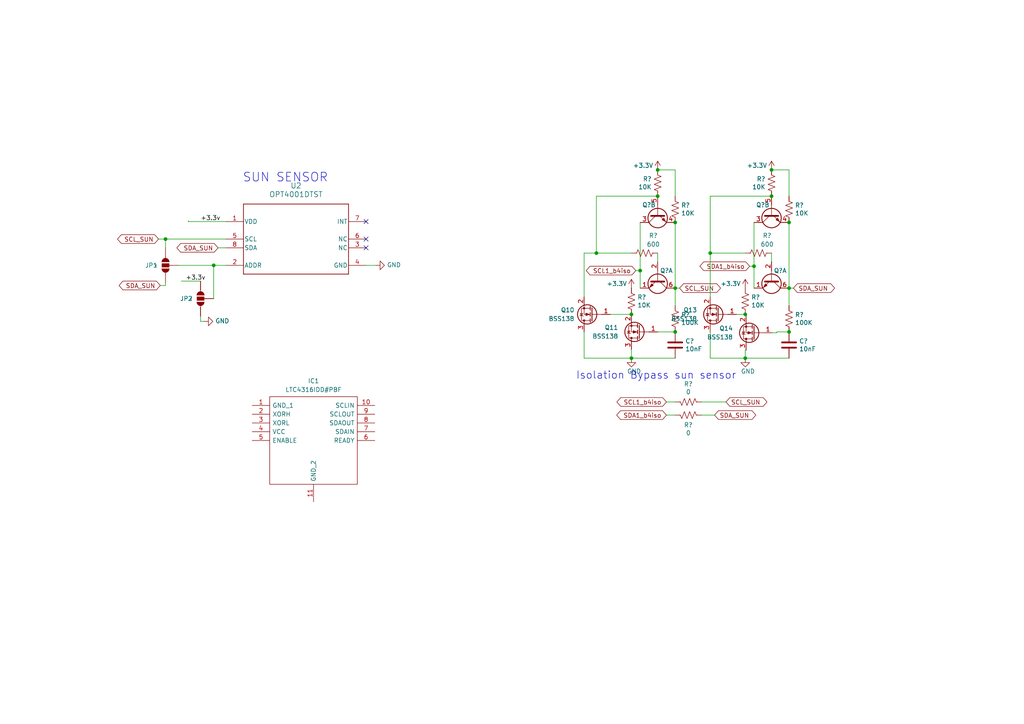
<source format=kicad_sch>
(kicad_sch (version 20230121) (generator eeschema)
  (paper "A4")
  (lib_symbols
    (symbol "AA_AUTO_LOADER:LTC4316IDD#PBF" (pin_names (offset 0.762))
      (property "Reference" "IC" (at 31.75 7.62 0))
      (property "Value" "LTC4316IDD#PBF" (at 31.75 5.08 0))
      (symbol "LTC4316IDD#PBF_0_0"
        (pin passive line (at 0 0 0) (length 5.08) (name "GND_1") (number "1"))
        (pin passive line (at 35.56 0 180) (length 5.08) (name "SCLIN") (number "10"))
        (pin passive line (at 17.78 -27.94 90) (length 5.08) (name "GND_2") (number "11"))
        (pin passive line (at 0 -2.54 0) (length 5.08) (name "XORH") (number "2"))
        (pin passive line (at 0 -5.08 0) (length 5.08) (name "XORL") (number "3"))
        (pin passive line (at 0 -7.62 0) (length 5.08) (name "VCC") (number "4"))
        (pin passive line (at 0 -10.16 0) (length 5.08) (name "ENABLE") (number "5"))
        (pin passive line (at 35.56 -10.16 180) (length 5.08) (name "READY") (number "6"))
        (pin passive line (at 35.56 -7.62 180) (length 5.08) (name "SDAIN") (number "7"))
        (pin passive line (at 35.56 -5.08 180) (length 5.08) (name "SDAOUT") (number "8"))
        (pin passive line (at 35.56 -2.54 180) (length 5.08) (name "SCLOUT") (number "9"))
      )
      (symbol "LTC4316IDD#PBF_0_1"
        (polyline (pts (xy 5.08 2.54) (xy 30.48 2.54) (xy 30.48 -22.86) (xy 5.08 -22.86) (xy 5.08 2.54)) (stroke (width 0.1524)))
      )
    )
    (symbol "Device:C" (pin_numbers hide) (pin_names (offset 0.254))
      (property "Reference" "C" (at 0.635 2.54 0))
      (property "Value" "C" (at 0.635 -2.54 0))
      (symbol "C_0_1"
        (polyline (pts (xy -2.032 -0.762) (xy 2.032 -0.762)) (stroke (width 0.508)))
        (polyline (pts (xy -2.032 0.762) (xy 2.032 0.762)) (stroke (width 0.508)))
      )
      (symbol "C_1_1"
        (pin passive line (at 0 3.81 270) (length 2.794) (name "~") (number "1"))
        (pin passive line (at 0 -3.81 90) (length 2.794) (name "~") (number "2"))
      )
    )
    (symbol "Device:R_US" (pin_numbers hide) (pin_names (offset 0))
      (property "Reference" "R" (at 2.54 0 90))
      (property "Value" "R_US" (at -2.54 0 90))
      (symbol "R_US_0_1"
        (polyline (pts (xy 0 -2.286) (xy 0 -2.54)))
        (polyline (pts (xy 0 2.286) (xy 0 2.54)))
        (polyline (pts (xy 0 -0.762) (xy 1.016 -1.143) (xy 0 -1.524) (xy -1.016 -1.905) (xy 0 -2.286)))
        (polyline (pts (xy 0 0.762) (xy 1.016 0.381) (xy 0 0) (xy -1.016 -0.381) (xy 0 -0.762)))
        (polyline (pts (xy 0 2.286) (xy 1.016 1.905) (xy 0 1.524) (xy -1.016 1.143) (xy 0 0.762)))
      )
      (symbol "R_US_1_1"
        (pin passive line (at 0 3.81 270) (length 1.27) (name "~") (number "1"))
        (pin passive line (at 0 -3.81 90) (length 1.27) (name "~") (number "2"))
      )
    )
    (symbol "OPT4001DTST:OPT4001DTST" (pin_names (offset 0.254))
      (property "Reference" "U" (at 0 2.54 0))
      (property "Value" "OPT4001DTST" (at 0 0 0))
      (symbol "OPT4001DTST_0_1"
        (polyline (pts (xy 5.08 -15.24) (xy 35.56 -15.24)) (stroke (width 0.2032)))
        (polyline (pts (xy 5.08 5.08) (xy 5.08 -15.24)) (stroke (width 0.2032)))
        (polyline (pts (xy 35.56 -15.24) (xy 35.56 5.08)) (stroke (width 0.2032)))
        (polyline (pts (xy 35.56 5.08) (xy 5.08 5.08)) (stroke (width 0.2032)))
        (pin power_in line (at 0 0 0) (length 5.08) (name "VDD") (number "1"))
        (pin input line (at 0 -12.7 0) (length 5.08) (name "ADDR") (number "2"))
        (pin unspecified line (at 40.64 -7.62 180) (length 5.08) (name "NC") (number "3"))
        (pin power_in line (at 40.64 -12.7 180) (length 5.08) (name "GND") (number "4"))
        (pin input line (at 0 -5.08 0) (length 5.08) (name "SCL") (number "5"))
        (pin unspecified line (at 40.64 -5.08 180) (length 5.08) (name "NC") (number "6"))
        (pin open_collector line (at 40.64 0 180) (length 5.08) (name "INT") (number "7"))
        (pin bidirectional line (at 0 -7.62 0) (length 5.08) (name "SDA") (number "8"))
      )
    )
    (symbol "SparkFun-Jumper:SolderJumper_3_Open_No_Silk" (pin_numbers hide) (pin_names (offset 0) hide)
      (property "Reference" "JP" (at -2.54 -2.54 0))
      (property "Value" "~" (at 0 2.794 0))
      (symbol "SolderJumper_3_Open_No_Silk_0_1"
        (arc (start -1.016 1.016) (mid -2.0276 0) (end -1.016 -1.016))
        (arc (start -1.016 1.016) (mid -2.0276 0) (end -1.016 -1.016) (fill (type outline)))
        (rectangle (start -0.508 1.016) (end 0.508 -1.016) (fill (type outline)))
        (polyline (pts (xy -2.54 0) (xy -2.032 0)))
        (polyline (pts (xy -1.016 1.016) (xy -1.016 -1.016)))
        (polyline (pts (xy 0 -1.27) (xy 0 -1.016)))
        (polyline (pts (xy 1.016 1.016) (xy 1.016 -1.016)))
        (polyline (pts (xy 2.54 0) (xy 2.032 0)))
        (arc (start 1.016 -1.016) (mid 2.0276 0) (end 1.016 1.016))
        (arc (start 1.016 -1.016) (mid 2.0276 0) (end 1.016 1.016) (fill (type outline)))
      )
      (symbol "SolderJumper_3_Open_No_Silk_1_1"
        (pin passive line (at -5.08 0 0) (length 2.54) (name "A") (number "1"))
        (pin passive line (at 0 -3.81 90) (length 2.54) (name "C") (number "2"))
        (pin passive line (at 5.08 0 180) (length 2.54) (name "B") (number "3"))
      )
    )
    (symbol "Transistor_BJT:MBT2222ADW1T1" (pin_names (offset 0) hide)
      (property "Reference" "Q" (at 5.08 1.27 0))
      (property "Value" "MBT2222ADW1T1" (at 5.08 -1.27 0))
      (symbol "MBT2222ADW1T1_0_1"
        (polyline (pts (xy 0.635 0) (xy -2.54 0)))
        (polyline (pts (xy 0.635 0.635) (xy 2.54 2.54)))
        (polyline (pts (xy 0.635 -0.635) (xy 2.54 -2.54) (xy 2.54 -2.54)))
        (polyline (pts (xy 0.635 1.905) (xy 0.635 -1.905) (xy 0.635 -1.905)) (stroke (width 0.508)))
        (polyline (pts (xy 1.27 -1.778) (xy 1.778 -1.27) (xy 2.286 -2.286) (xy 1.27 -1.778) (xy 1.27 -1.778)) (fill (type outline)))
        (circle (center 1.27 0) (radius 2.8194) (stroke (width 0.254)))
      )
      (symbol "MBT2222ADW1T1_1_1"
        (pin passive line (at 2.54 -5.08 90) (length 2.54) (name "E1") (number "1"))
        (pin input line (at -5.08 0 0) (length 2.54) (name "B1") (number "2"))
        (pin passive line (at 2.54 5.08 270) (length 2.54) (name "C1") (number "6"))
      )
      (symbol "MBT2222ADW1T1_2_1"
        (pin passive line (at 2.54 5.08 270) (length 2.54) (name "C2") (number "3"))
        (pin passive line (at 2.54 -5.08 90) (length 2.54) (name "E2") (number "4"))
        (pin input line (at -5.08 0 0) (length 2.54) (name "B2") (number "5"))
      )
    )
    (symbol "Transistor_FET:BSS138" (pin_names hide)
      (property "Reference" "Q" (at 5.08 1.905 0))
      (property "Value" "BSS138" (at 5.08 0 0))
      (symbol "BSS138_0_1"
        (polyline (pts (xy 0.254 0) (xy -2.54 0)))
        (polyline (pts (xy 0.254 1.905) (xy 0.254 -1.905)) (stroke (width 0.254)))
        (polyline (pts (xy 0.762 -1.27) (xy 0.762 -2.286)) (stroke (width 0.254)))
        (polyline (pts (xy 0.762 0.508) (xy 0.762 -0.508)) (stroke (width 0.254)))
        (polyline (pts (xy 0.762 2.286) (xy 0.762 1.27)) (stroke (width 0.254)))
        (polyline (pts (xy 2.54 2.54) (xy 2.54 1.778)))
        (polyline (pts (xy 2.54 -2.54) (xy 2.54 0) (xy 0.762 0)))
        (polyline (pts (xy 0.762 -1.778) (xy 3.302 -1.778) (xy 3.302 1.778) (xy 0.762 1.778)))
        (polyline (pts (xy 1.016 0) (xy 2.032 0.381) (xy 2.032 -0.381) (xy 1.016 0)) (fill (type outline)))
        (polyline (pts (xy 2.794 0.508) (xy 2.921 0.381) (xy 3.683 0.381) (xy 3.81 0.254)))
        (polyline (pts (xy 3.302 0.381) (xy 2.921 -0.254) (xy 3.683 -0.254) (xy 3.302 0.381)))
        (circle (center 1.651 0) (radius 2.794) (stroke (width 0.254)))
        (circle (center 2.54 -1.778) (radius 0.254) (fill (type outline)))
        (circle (center 2.54 1.778) (radius 0.254) (fill (type outline)))
      )
      (symbol "BSS138_1_1"
        (pin input line (at -5.08 0 0) (length 2.54) (name "G") (number "1"))
        (pin passive line (at 2.54 -5.08 90) (length 2.54) (name "S") (number "2"))
        (pin passive line (at 2.54 5.08 270) (length 2.54) (name "D") (number "3"))
      )
    )
    (symbol "power:+3.3V" (power) (pin_names (offset 0))
      (property "Value" "+3.3V" (at 0 3.556 0))
      (symbol "+3.3V_0_1"
        (polyline (pts (xy -0.762 1.27) (xy 0 2.54)))
        (polyline (pts (xy 0 0) (xy 0 2.54)))
        (polyline (pts (xy 0 2.54) (xy 0.762 1.27)))
      )
      (symbol "+3.3V_1_1"
        (pin power_in line (at 0 0 90) (length 0) hide (name "+3.3V") (number "1"))
      )
    )
    (symbol "power:GND" (power) (pin_names (offset 0))
      (property "Value" "GND" (at 0 -3.81 0))
      (symbol "GND_0_1"
        (polyline (pts (xy 0 0) (xy 0 -1.27) (xy 1.27 -1.27) (xy 0 -2.54) (xy -1.27 -1.27) (xy 0 -1.27)))
      )
      (symbol "GND_1_1"
        (pin power_in line (at 0 0 270) (length 0) hide (name "GND") (number "1"))
      )
    )
  )
  (junction (at 216.154 103.886))
  (junction (at 205.994 73.406))
  (junction (at 228.854 96.266))
  (junction (at 172.974 73.406))
  (junction (at 190.754 49.276))
  (junction (at 190.754 56.896))
  (junction (at 228.854 64.516))
  (junction (at 218.694 77.216))
  (junction (at 223.774 56.896))
  (junction (at 195.834 96.266))
  (junction (at 216.154 91.186))
  (junction (at 195.834 64.516))
  (junction (at 183.134 103.886))
  (junction (at 228.854 83.566))
  (junction (at 48.006 69.342))
  (junction (at 61.976 76.962))
  (junction (at 183.134 91.186))
  (junction (at 223.774 49.276))
  (junction (at 195.834 83.566))
  (junction (at 185.674 78.486))
  (no_connect (at 106.172 69.342))
  (no_connect (at 106.172 71.882))
  (no_connect (at 106.172 64.262))
  (wire (pts (xy 59.182 93.218) (xy 58.166 93.218)))
  (wire (pts (xy 195.834 120.396) (xy 193.294 120.396)))
  (wire (pts (xy 169.418 73.406) (xy 172.974 73.406)))
  (wire (pts (xy 172.974 56.896) (xy 190.754 56.896)))
  (wire (pts (xy 172.974 56.896) (xy 172.974 73.406)))
  (wire (pts (xy 205.994 103.886) (xy 216.154 103.886)))
  (wire (pts (xy 228.854 88.646) (xy 228.854 83.566)))
  (wire (pts (xy 195.834 88.646) (xy 195.834 83.566)))
  (wire (pts (xy 185.674 64.516) (xy 185.674 78.486)))
  (wire (pts (xy 183.134 103.886) (xy 195.834 103.886)))
  (wire (pts (xy 210.566 116.586) (xy 203.454 116.586)))
  (wire (pts (xy 216.408 101.6) (xy 216.154 101.6)))
  (wire (pts (xy 61.976 76.962) (xy 65.532 76.962)))
  (wire (pts (xy 230.124 83.566) (xy 228.854 83.566)))
  (wire (pts (xy 52.578 81.534) (xy 58.166 81.534)))
  (wire (pts (xy 54.61 64.008) (xy 54.61 64.262)))
  (wire (pts (xy 195.834 64.516) (xy 195.834 83.566)))
  (wire (pts (xy 218.694 64.516) (xy 218.694 77.216)))
  (wire (pts (xy 169.418 103.886) (xy 183.134 103.886)))
  (wire (pts (xy 183.134 103.886) (xy 183.134 101.346)))
  (wire (pts (xy 48.006 82.804) (xy 46.482 82.804)))
  (wire (pts (xy 48.006 71.882) (xy 48.006 69.342)))
  (wire (pts (xy 224.028 96.52) (xy 225.298 96.52)))
  (wire (pts (xy 51.816 76.962) (xy 61.976 76.962)))
  (wire (pts (xy 184.404 78.486) (xy 185.674 78.486)))
  (wire (pts (xy 217.424 77.216) (xy 218.694 77.216)))
  (wire (pts (xy 197.104 83.566) (xy 195.834 83.566)))
  (wire (pts (xy 195.834 116.586) (xy 193.294 116.586)))
  (wire (pts (xy 205.994 96.266) (xy 205.994 103.886)))
  (wire (pts (xy 63.246 71.882) (xy 65.532 71.882)))
  (wire (pts (xy 228.854 64.516) (xy 228.854 83.566)))
  (wire (pts (xy 65.532 64.262) (xy 54.61 64.262)))
  (wire (pts (xy 228.854 56.896) (xy 228.854 49.276)))
  (wire (pts (xy 205.994 86.106) (xy 205.994 73.406)))
  (wire (pts (xy 195.834 56.896) (xy 195.834 49.276)))
  (wire (pts (xy 216.154 73.406) (xy 205.994 73.406)))
  (wire (pts (xy 218.694 77.216) (xy 218.694 83.566)))
  (wire (pts (xy 185.674 78.486) (xy 185.674 83.566)))
  (wire (pts (xy 216.154 91.186) (xy 213.614 91.186)))
  (wire (pts (xy 45.974 69.342) (xy 48.006 69.342)))
  (wire (pts (xy 190.754 75.946) (xy 190.754 73.406)))
  (wire (pts (xy 195.834 49.276) (xy 190.754 49.276)))
  (wire (pts (xy 228.854 49.276) (xy 223.774 49.276)))
  (wire (pts (xy 58.166 93.218) (xy 58.166 91.694)))
  (wire (pts (xy 177.038 91.186) (xy 183.134 91.186)))
  (wire (pts (xy 106.172 76.962) (xy 108.966 76.962)))
  (wire (pts (xy 183.134 73.406) (xy 172.974 73.406)))
  (wire (pts (xy 48.006 82.042) (xy 48.006 82.804)))
  (wire (pts (xy 225.298 96.52) (xy 225.298 96.266)))
  (wire (pts (xy 228.854 103.886) (xy 216.154 103.886)))
  (wire (pts (xy 223.774 75.946) (xy 223.774 73.406)))
  (wire (pts (xy 225.298 96.266) (xy 228.854 96.266)))
  (wire (pts (xy 207.264 120.396) (xy 203.454 120.396)))
  (wire (pts (xy 216.154 101.6) (xy 216.154 103.886)))
  (wire (pts (xy 169.418 86.106) (xy 169.418 73.406)))
  (wire (pts (xy 205.994 73.406) (xy 205.994 56.896)))
  (wire (pts (xy 48.006 69.342) (xy 65.532 69.342)))
  (wire (pts (xy 205.994 56.896) (xy 223.774 56.896)))
  (wire (pts (xy 61.976 76.962) (xy 61.976 86.614)))
  (wire (pts (xy 169.418 96.266) (xy 169.418 103.886)))
  (wire (pts (xy 216.408 91.186) (xy 216.154 91.186)))
  (wire (pts (xy 216.408 91.44) (xy 216.408 91.186)))
  (wire (pts (xy 190.754 96.266) (xy 195.834 96.266)))
  (text "Isolation Bypass sun sensor" (at 213.614 110.236 0) (effects (font (size 2.159 2.159)) (justify right bottom)))
  (text "SUN SENSOR\n\n" (at 70.358 57.15 0) (effects (font (size 2.54 2.54)) (justify left bottom)))
  (label "+3.3v" (at 58.166 64.262 0))
  (label "+3.3v" (at 53.848 81.534 0))
  (global_label "SDA1_b4iso" (shape bidirectional) (at 193.294 120.396 180) (property "Intersheetrefs" "${INTERSHEET_REFS}" (effects hide)))
  (global_label "SDA1_b4iso" (shape bidirectional) (at 217.424 77.216 180) (property "Intersheetrefs" "${INTERSHEET_REFS}" (effects hide)))
  (global_label "SCL_SUN" (shape bidirectional) (at 210.566 116.586 0) (property "Intersheetrefs" "${INTERSHEET_REFS}" (effects hide)))
  (global_label "SDA_SUN" (shape bidirectional) (at 63.246 71.882 180) (property "Intersheetrefs" "${INTERSHEET_REFS}" (effects hide)))
  (global_label "SCL1_b4iso" (shape bidirectional) (at 193.294 116.586 180) (property "Intersheetrefs" "${INTERSHEET_REFS}" (effects hide)))
  (global_label "SCL1_b4iso" (shape bidirectional) (at 184.404 78.486 180) (property "Intersheetrefs" "${INTERSHEET_REFS}" (effects hide)))
  (global_label "SDA_SUN" (shape bidirectional) (at 207.264 120.396 0) (property "Intersheetrefs" "${INTERSHEET_REFS}" (effects hide)))
  (global_label "SCL_SUN" (shape bidirectional) (at 45.974 69.342 180) (property "Intersheetrefs" "${INTERSHEET_REFS}" (effects hide)))
  (global_label "SDA_SUN" (shape bidirectional) (at 230.124 83.566 0) (property "Intersheetrefs" "${INTERSHEET_REFS}" (effects hide)))
  (global_label "SCL_SUN" (shape bidirectional) (at 197.104 83.566 0) (property "Intersheetrefs" "${INTERSHEET_REFS}" (effects hide)))
  (global_label "SDA_SUN" (shape bidirectional) (at 46.482 82.804 180) (property "Intersheetrefs" "${INTERSHEET_REFS}" (effects hide)))
  (symbol (lib_id "Device:R_US") (at 216.154 87.376 180) (unit 1)
    (property "Reference" "R?" (at 217.8812 86.2076 0) (effects (justify right)))
    (property "Value" "10K" (at 217.8812 88.519 0) (effects (justify right)))
    (property "Footprint" "Resistor_SMD:R_0603_1608Metric" (effects hide))
    (instances (project "xpanel" (path "" (reference "R?") (unit 1))) (project "Z_PLUS_REV1" (path "" (reference "R?") (unit 1))) (project "Xpanel_V1_final" (path "" (reference "R26") (unit 1)) (path "" (reference "R29") (unit 1)) (path "" (reference "R29") (unit 1))))
  )
  (symbol (lib_id "Transistor_BJT:MBT2222ADW1T1") (at 223.774 61.976 90) (mirror x) (unit 2)
    (property "Reference" "Q?" (at 221.234 59.436 90))
    (property "Value" "MBT2222ADW1T1" (effects hide))
    (property "Footprint" "Package_TO_SOT_SMD:SOT-363_SC-70-6" (effects hide))
    (property "Datasheet" "http://www.onsemi.com/pub_link/Collateral/MBT2222ADW1T1-D.PDF" (effects hide))
    (instances (project "xpanel" (path "" (reference "Q?") (unit 2)) (path "" (reference "Q?") (unit 2)) (path "" (reference "Q?") (unit 2))) (project "Z_PLUS_REV1" (path "" (reference "Q?") (unit 2))) (project "Xpanel_V1_final" (path "" (reference "Q15") (unit 2)) (path "" (reference "Q10") (unit 2)) (path "" (reference "Q10") (unit 2))))
  )
  (symbol (lib_id "Transistor_FET:BSS138") (at 185.674 96.266 180) (unit 1)
    (property "Reference" "Q11" (at 179.324 94.996 0) (effects (justify left)))
    (property "Value" "BSS138" (at 179.324 97.536 0) (effects (justify left)))
    (property "Footprint" "Package_TO_SOT_SMD:SOT-23" (effects hide))
    (property "Datasheet" "https://www.onsemi.com/pub/Collateral/BSS138-D.PDF" (effects hide))
    (instances (project "Z_PLUS_REV1" (path "" (reference "Q11") (unit 1))) (project "Xpanel_V1_final" (path "" (reference "Q11") (unit 1)) (path "" (reference "Q3") (unit 1)) (path "" (reference "Q3") (unit 1))))
  )
  (symbol (lib_id "Transistor_BJT:MBT2222ADW1T1") (at 190.754 61.976 90) (mirror x) (unit 2)
    (property "Reference" "Q?" (at 188.214 59.436 90))
    (property "Value" "MBT2222ADW1T1" (effects hide))
    (property "Footprint" "Package_TO_SOT_SMD:SOT-363_SC-70-6" (effects hide))
    (property "Datasheet" "http://www.onsemi.com/pub_link/Collateral/MBT2222ADW1T1-D.PDF" (effects hide))
    (instances (project "xpanel" (path "" (reference "Q?") (unit 2)) (path "" (reference "Q?") (unit 2)) (path "" (reference "Q?") (unit 2))) (project "Z_PLUS_REV1" (path "" (reference "Q?") (unit 2))) (project "Xpanel_V1_final" (path "" (reference "Q12") (unit 2)) (path "" (reference "Q4") (unit 2)) (path "" (reference "Q4") (unit 2))))
  )
  (symbol (lib_id "Device:R_US") (at 223.774 53.086 0) (unit 1)
    (property "Reference" "R?" (at 222.0468 51.9176 0) (effects (justify right)))
    (property "Value" "10K" (at 222.0468 54.229 0) (effects (justify right)))
    (property "Footprint" "Resistor_SMD:R_0603_1608Metric" (effects hide))
    (instances (project "xpanel" (path "" (reference "R?") (unit 1))) (project "Z_PLUS_REV1" (path "" (reference "R?") (unit 1))) (project "Xpanel_V1_final" (path "" (reference "R28") (unit 1)) (path "" (reference "R31") (unit 1)) (path "" (reference "R31") (unit 1))))
  )
  (symbol (lib_id "SparkFun-Jumper:SolderJumper_3_Open_No_Silk") (at 58.166 86.614 90) (unit 1)
    (property "Reference" "JP2" (at 55.88 86.614 90) (effects (justify left)))
    (property "Value" "~" (at 55.372 86.614 0))
    (property "Footprint" "SparkFun-Jumper:SMT-JUMPER_3_NO_NO-SILK" (effects hide))
  )
  (symbol (lib_id "Device:C") (at 195.834 100.076 0) (unit 1)
    (property "Reference" "C?" (at 198.755 98.933 0) (effects (justify left)))
    (property "Value" "10nF" (at 198.755 101.219 0) (effects (justify left)))
    (property "Footprint" "Capacitor_SMD:C_0603_1608Metric" (effects hide))
    (instances (project "xpanel" (path "" (reference "C?") (unit 1))) (project "Z_PLUS_REV1" (path "" (reference "C?") (unit 1))) (project "Xpanel_V1_final" (path "" (reference "C5") (unit 1)) (path "" (reference "C10") (unit 1)) (path "" (reference "C10") (unit 1))))
  )
  (symbol (lib_id "Device:R_US") (at 228.854 60.706 180) (unit 1)
    (property "Reference" "R?" (at 230.5812 59.5376 0) (effects (justify right)))
    (property "Value" "10K" (at 230.5812 61.849 0) (effects (justify right)))
    (property "Footprint" "Resistor_SMD:R_0402_1005Metric" (effects hide))
    (instances (project "xpanel" (path "" (reference "R?") (unit 1))) (project "Z_PLUS_REV1" (path "" (reference "R?") (unit 1))) (project "Xpanel_V1_final" (path "" (reference "R29") (unit 1)) (path "" (reference "R33") (unit 1)) (path "" (reference "R33") (unit 1))))
  )
  (symbol (lib_id "Device:R_US") (at 199.644 120.396 90) (mirror x) (unit 1)
    (property "Reference" "R?" (at 199.644 123.2662 90))
    (property "Value" "0" (at 199.644 125.5776 90))
    (property "Footprint" "Resistor_SMD:R_0603_1608Metric" (effects hide))
    (instances (project "xpanel" (path "" (reference "R?") (unit 1))) (project "Z_PLUS_REV1" (path "" (reference "R?") (unit 1))) (project "Xpanel_V1_final" (path "" (reference "R25") (unit 1)) (path "" (reference "R23") (unit 1)) (path "" (reference "R23") (unit 1))))
  )
  (symbol (lib_id "Transistor_FET:BSS138") (at 218.948 96.52 180) (unit 1)
    (property "Reference" "Q14" (at 212.598 95.25 0) (effects (justify left)))
    (property "Value" "BSS138" (at 212.598 97.79 0) (effects (justify left)))
    (property "Footprint" "Package_TO_SOT_SMD:SOT-23" (effects hide))
    (property "Datasheet" "https://www.onsemi.com/pub/Collateral/BSS138-D.PDF" (effects hide))
    (instances (project "Z_PLUS_REV1" (path "" (reference "Q14") (unit 1))) (project "Xpanel_V1_final" (path "" (reference "Q14") (unit 1)) (path "" (reference "Q9") (unit 1)) (path "" (reference "Q9") (unit 1))))
  )
  (symbol (lib_id "Device:R_US") (at 186.944 73.406 90) (unit 1)
    (property "Reference" "R?" (at 189.484 68.326 90))
    (property "Value" "600" (at 189.484 70.866 90))
    (property "Footprint" "Resistor_SMD:R_0603_1608Metric" (effects hide))
    (instances (project "xpanel" (path "" (reference "R?") (unit 1))) (project "Z_PLUS_REV1" (path "" (reference "R?") (unit 1))) (project "Xpanel_V1_final" (path "" (reference "R20") (unit 1)) (path "" (reference "R16") (unit 1)) (path "" (reference "R16") (unit 1))))
  )
  (symbol (lib_id "Transistor_FET:BSS138") (at 208.534 91.186 180) (unit 1)
    (property "Reference" "Q13" (at 202.184 89.916 0) (effects (justify left)))
    (property "Value" "BSS138" (at 202.184 92.456 0) (effects (justify left)))
    (property "Footprint" "Package_TO_SOT_SMD:SOT-23" (effects hide))
    (property "Datasheet" "https://www.onsemi.com/pub/Collateral/BSS138-D.PDF" (effects hide))
    (instances (project "Z_PLUS_REV1" (path "" (reference "Q13") (unit 1))) (project "Xpanel_V1_final" (path "" (reference "Q13") (unit 1)) (path "" (reference "Q7") (unit 1)) (path "" (reference "Q7") (unit 1))))
  )
  (symbol (lib_id "power:+3.3V") (at 216.154 83.566 0) (mirror y) (unit 1)
    (property "Reference" "#PWR?" (effects hide))
    (property "Value" "+3.3V" (at 214.884 82.296 0) (effects (justify left)))
    (instances (project "xpanel" (path "" (reference "#PWR?") (unit 1))) (project "Z_PLUS_REV1" (path "" (reference "#PWR?") (unit 1))) (project "Xpanel_V1_final" (path "" (reference "#PWR023") (unit 1)) (path "" (reference "#PWR035") (unit 1)) (path "" (reference "#PWR035") (unit 1))))
  )
  (symbol (lib_id "Device:R_US") (at 183.134 87.376 180) (unit 1)
    (property "Reference" "R?" (at 184.8612 86.2076 0) (effects (justify right)))
    (property "Value" "10K" (at 184.8612 88.519 0) (effects (justify right)))
    (property "Footprint" "Resistor_SMD:R_0603_1608Metric" (effects hide))
    (instances (project "xpanel" (path "" (reference "R?") (unit 1))) (project "Z_PLUS_REV1" (path "" (reference "R?") (unit 1))) (project "Xpanel_V1_final" (path "" (reference "R19") (unit 1)) (path "" (reference "R15") (unit 1)) (path "" (reference "R15") (unit 1))))
  )
  (symbol (lib_id "Device:R_US") (at 199.644 116.586 90) (mirror x) (unit 1)
    (property "Reference" "R?" (at 199.644 111.379 90))
    (property "Value" "0" (at 199.644 113.6904 90))
    (property "Footprint" "Resistor_SMD:R_0603_1608Metric" (effects hide))
    (instances (project "xpanel" (path "" (reference "R?") (unit 1))) (project "Z_PLUS_REV1" (path "" (reference "R?") (unit 1))) (project "Xpanel_V1_final" (path "" (reference "R24") (unit 1)) (path "" (reference "R22") (unit 1)) (path "" (reference "R22") (unit 1))))
  )
  (symbol (lib_id "SparkFun-Jumper:SolderJumper_3_Open_No_Silk") (at 48.006 76.962 90) (unit 1)
    (property "Reference" "JP1" (at 45.72 76.962 90) (effects (justify left)))
    (property "Value" "~" (at 45.212 76.962 0))
    (property "Footprint" "SparkFun-Jumper:SMT-JUMPER_3_NO_NO-SILK" (effects hide))
  )
  (symbol (lib_id "power:GND") (at 108.966 76.962 90) (unit 1)
    (property "Reference" "#PWR?" (effects hide))
    (property "Value" "GND" (at 112.2172 76.835 90) (effects (justify right)))
    (instances (project "xpanel" (path "" (reference "#PWR?") (unit 1))) (project "Z_PLUS_REV1" (path "" (reference "#PWR?") (unit 1))) (project "Xpanel_V1_final" (path "" (reference "#PWR018") (unit 1)) (path "" (reference "#PWR028") (unit 1)) (path "" (reference "#PWR028") (unit 1))))
  )
  (symbol (lib_id "AA_AUTO_LOADER:LTC4316IDD#PBF") (at 73.152 117.602 0) (unit 1)
    (property "Reference" "IC1" (at 90.932 110.49 0))
    (property "Value" "LTC4316IDD#PBF" (at 90.932 113.03 0))
    (property "Footprint" "SON50P300X300X85-11N-D" (effects hide))
    (property "Datasheet" "https://www.arrow.com/en/products/ltc4316iddpbf/analog-devices" (effects hide))
    (property "Description" "Interface - Specialized Single I2C Address Translator" (effects hide))
    (property "Height" "0.85" (effects hide))
    (property "Manufacturer_Name" "Analog Devices" (effects hide))
    (property "Manufacturer_Part_Number" "LTC4316IDD#PBF" (effects hide))
    (property "Mouser Part Number" "584-LTC4316IDD#PBF" (effects hide))
    (property "Mouser Price/Stock" "https://www.mouser.co.uk/ProductDetail/Analog-Devices/LTC4316IDDPBF?qs=oahfZPh6IAIeLbk0nqPXrg%3D%3D" (effects hide))
    (property "Arrow Part Number" "LTC4316IDD#PBF" (effects hide))
    (property "Arrow Price/Stock" "https://www.arrow.com/en/products/ltc4316iddpbf/analog-devices?region=europe" (effects hide))
  )
  (symbol (lib_id "power:GND") (at 216.154 103.886 0) (mirror y) (unit 1)
    (property "Reference" "#PWR?" (effects hide))
    (property "Value" "GND" (at 214.884 107.696 0) (effects (justify right)))
    (instances (project "xpanel" (path "" (reference "#PWR?") (unit 1))) (project "Z_PLUS_REV1" (path "" (reference "#PWR?") (unit 1))) (project "Xpanel_V1_final" (path "" (reference "#PWR024") (unit 1)) (path "" (reference "#PWR036") (unit 1)) (path "" (reference "#PWR036") (unit 1))))
  )
  (symbol (lib_id "power:+3.3V") (at 190.754 49.276 0) (mirror y) (unit 1)
    (property "Reference" "#PWR?" (effects hide))
    (property "Value" "+3.3V" (at 189.484 48.006 0) (effects (justify left)))
    (instances (project "xpanel" (path "" (reference "#PWR?") (unit 1))) (project "Z_PLUS_REV1" (path "" (reference "#PWR?") (unit 1))) (project "Xpanel_V1_final" (path "" (reference "#PWR011") (unit 1)) (path "" (reference "#PWR031") (unit 1)) (path "" (reference "#PWR031") (unit 1))))
  )
  (symbol (lib_id "Transistor_BJT:MBT2222ADW1T1") (at 190.754 81.026 270) (unit 1)
    (property "Reference" "Q?" (at 193.294 78.486 90))
    (property "Value" "MBT2222ADW1T1" (effects hide))
    (property "Footprint" "Package_TO_SOT_SMD:SOT-363_SC-70-6" (effects hide))
    (property "Datasheet" "http://www.onsemi.com/pub_link/Collateral/MBT2222ADW1T1-D.PDF" (effects hide))
    (instances (project "xpanel" (path "" (reference "Q?") (unit 1)) (path "" (reference "Q?") (unit 1)) (path "" (reference "Q?") (unit 1))) (project "Z_PLUS_REV1" (path "" (reference "Q?") (unit 1))) (project "Xpanel_V1_final" (path "" (reference "Q12") (unit 1)) (path "" (reference "Q4") (unit 1)) (path "" (reference "Q4") (unit 1))))
  )
  (symbol (lib_id "OPT4001DTST:OPT4001DTST") (at 65.532 64.262 0) (unit 1)
    (property "Reference" "U2" (at 85.852 53.848 0) (effects (font (size 1.524 1.524))))
    (property "Value" "OPT4001DTST" (at 85.852 56.388 0) (effects (font (size 1.524 1.524))))
    (property "Footprint" "DTS0008A-MFG" (effects hide))
    (property "Datasheet" "OPT4001DTST" (effects hide))
    (instances (project "Z_PLUS_REV1" (path "" (reference "U2") (unit 1))) (project "Xpanel_V1_final" (path "" (reference "U2") (unit 1)) (path "" (reference "U3") (unit 1)) (path "" (reference "U3") (unit 1))))
  )
  (symbol (lib_id "Device:R_US") (at 219.964 73.406 270) (unit 1)
    (property "Reference" "R?" (at 222.504 68.326 90))
    (property "Value" "600" (at 222.504 70.866 90))
    (property "Footprint" "Resistor_SMD:R_0603_1608Metric" (effects hide))
    (instances (project "xpanel" (path "" (reference "R?") (unit 1))) (project "Z_PLUS_REV1" (path "" (reference "R?") (unit 1))) (project "Xpanel_V1_final" (path "" (reference "R27") (unit 1)) (path "" (reference "R30") (unit 1)) (path "" (reference "R30") (unit 1))))
  )
  (symbol (lib_id "Device:C") (at 228.854 100.076 0) (unit 1)
    (property "Reference" "C?" (at 231.775 98.933 0) (effects (justify left)))
    (property "Value" "10nF" (at 231.775 101.219 0) (effects (justify left)))
    (property "Footprint" "Capacitor_SMD:C_0603_1608Metric" (effects hide))
    (instances (project "xpanel" (path "" (reference "C?") (unit 1))) (project "Z_PLUS_REV1" (path "" (reference "C?") (unit 1))) (project "Xpanel_V1_final" (path "" (reference "C6") (unit 1)) (path "" (reference "C12") (unit 1)) (path "" (reference "C12") (unit 1))))
  )
  (symbol (lib_id "Device:R_US") (at 228.854 92.456 180) (unit 1)
    (property "Reference" "R?" (at 230.5812 91.2876 0) (effects (justify right)))
    (property "Value" "100K" (at 230.5812 93.599 0) (effects (justify right)))
    (property "Footprint" "Resistor_SMD:R_0603_1608Metric" (effects hide))
    (instances (project "xpanel" (path "" (reference "R?") (unit 1))) (project "Z_PLUS_REV1" (path "" (reference "R?") (unit 1))) (project "Xpanel_V1_final" (path "" (reference "R30") (unit 1)) (path "" (reference "R34") (unit 1)) (path "" (reference "R34") (unit 1))))
  )
  (symbol (lib_id "Device:R_US") (at 190.754 53.086 0) (unit 1)
    (property "Reference" "R?" (at 189.0268 51.9176 0) (effects (justify right)))
    (property "Value" "10K" (at 189.0268 54.229 0) (effects (justify right)))
    (property "Footprint" "Resistor_SMD:R_0603_1608Metric" (effects hide))
    (instances (project "xpanel" (path "" (reference "R?") (unit 1))) (project "Z_PLUS_REV1" (path "" (reference "R?") (unit 1))) (project "Xpanel_V1_final" (path "" (reference "R21") (unit 1)) (path "" (reference "R17") (unit 1)) (path "" (reference "R17") (unit 1))))
  )
  (symbol (lib_id "Device:R_US") (at 195.834 60.706 180) (unit 1)
    (property "Reference" "R?" (at 197.5612 59.5376 0) (effects (justify right)))
    (property "Value" "10K" (at 197.5612 61.849 0) (effects (justify right)))
    (property "Footprint" "Resistor_SMD:R_0402_1005Metric" (effects hide))
    (instances (project "xpanel" (path "" (reference "R?") (unit 1))) (project "Z_PLUS_REV1" (path "" (reference "R?") (unit 1))) (project "Xpanel_V1_final" (path "" (reference "R22") (unit 1)) (path "" (reference "R19") (unit 1)) (path "" (reference "R19") (unit 1))))
  )
  (symbol (lib_id "Transistor_FET:BSS138") (at 171.958 91.186 180) (unit 1)
    (property "Reference" "Q10" (at 166.624 89.916 0) (effects (justify left)))
    (property "Value" "BSS138" (at 166.624 92.456 0) (effects (justify left)))
    (property "Footprint" "Package_TO_SOT_SMD:SOT-23" (effects hide))
    (property "Datasheet" "https://www.onsemi.com/pub/Collateral/BSS138-D.PDF" (effects hide))
    (instances (project "Z_PLUS_REV1" (path "" (reference "Q10") (unit 1))) (project "Xpanel_V1_final" (path "" (reference "Q10") (unit 1)) (path "" (reference "Q1") (unit 1)) (path "" (reference "Q1") (unit 1))))
  )
  (symbol (lib_id "power:+3.3V") (at 183.134 83.566 0) (mirror y) (unit 1)
    (property "Reference" "#PWR?" (effects hide))
    (property "Value" "+3.3V" (at 181.864 82.296 0) (effects (justify left)))
    (instances (project "xpanel" (path "" (reference "#PWR?") (unit 1))) (project "Z_PLUS_REV1" (path "" (reference "#PWR?") (unit 1))) (project "Xpanel_V1_final" (path "" (reference "#PWR09") (unit 1)) (path "" (reference "#PWR029") (unit 1)) (path "" (reference "#PWR029") (unit 1))))
  )
  (symbol (lib_id "power:GND") (at 183.134 103.886 0) (mirror y) (unit 1)
    (property "Reference" "#PWR?" (effects hide))
    (property "Value" "GND" (at 181.864 107.696 0) (effects (justify right)))
    (instances (project "xpanel" (path "" (reference "#PWR?") (unit 1))) (project "Z_PLUS_REV1" (path "" (reference "#PWR?") (unit 1))) (project "Xpanel_V1_final" (path "" (reference "#PWR010") (unit 1)) (path "" (reference "#PWR030") (unit 1)) (path "" (reference "#PWR030") (unit 1))))
  )
  (symbol (lib_id "Transistor_BJT:MBT2222ADW1T1") (at 223.774 81.026 270) (unit 1)
    (property "Reference" "Q?" (at 226.314 78.486 90))
    (property "Value" "MBT2222ADW1T1" (effects hide))
    (property "Footprint" "Package_TO_SOT_SMD:SOT-363_SC-70-6" (effects hide))
    (property "Datasheet" "http://www.onsemi.com/pub_link/Collateral/MBT2222ADW1T1-D.PDF" (effects hide))
    (instances (project "xpanel" (path "" (reference "Q?") (unit 1)) (path "" (reference "Q?") (unit 1)) (path "" (reference "Q?") (unit 1))) (project "Z_PLUS_REV1" (path "" (reference "Q?") (unit 1))) (project "Xpanel_V1_final" (path "" (reference "Q15") (unit 1)) (path "" (reference "Q10") (unit 1)) (path "" (reference "Q10") (unit 1))))
  )
  (symbol (lib_id "power:GND") (at 59.182 93.218 90) (unit 1)
    (property "Reference" "#PWR?" (effects hide))
    (property "Value" "GND" (at 62.4332 93.091 90) (effects (justify right)))
    (instances (project "xpanel" (path "" (reference "#PWR?") (unit 1))) (project "Z_PLUS_REV1" (path "" (reference "#PWR?") (unit 1))) (project "Xpanel_V1_final" (path "" (reference "#PWR019") (unit 1)) (path "" (reference "#PWR022") (unit 1)) (path "" (reference "#PWR022") (unit 1))))
  )
  (symbol (lib_id "power:+3.3V") (at 223.774 49.276 0) (mirror y) (unit 1)
    (property "Reference" "#PWR?" (effects hide))
    (property "Value" "+3.3V" (at 222.504 48.006 0) (effects (justify left)))
    (instances (project "xpanel" (path "" (reference "#PWR?") (unit 1))) (project "Z_PLUS_REV1" (path "" (reference "#PWR?") (unit 1))) (project "Xpanel_V1_final" (path "" (reference "#PWR025") (unit 1)) (path "" (reference "#PWR037") (unit 1)) (path "" (reference "#PWR037") (unit 1))))
  )
  (symbol (lib_id "Device:R_US") (at 195.834 92.456 180) (unit 1)
    (property "Reference" "R?" (at 197.5612 91.2876 0) (effects (justify right)))
    (property "Value" "100K" (at 197.5612 93.599 0) (effects (justify right)))
    (property "Footprint" "Resistor_SMD:R_0603_1608Metric" (effects hide))
    (instances (project "xpanel" (path "" (reference "R?") (unit 1))) (project "Z_PLUS_REV1" (path "" (reference "R?") (unit 1))) (project "Xpanel_V1_final" (path "" (reference "R23") (unit 1)) (path "" (reference "R20") (unit 1)) (path "" (reference "R20") (unit 1))))
  )
)
</source>
